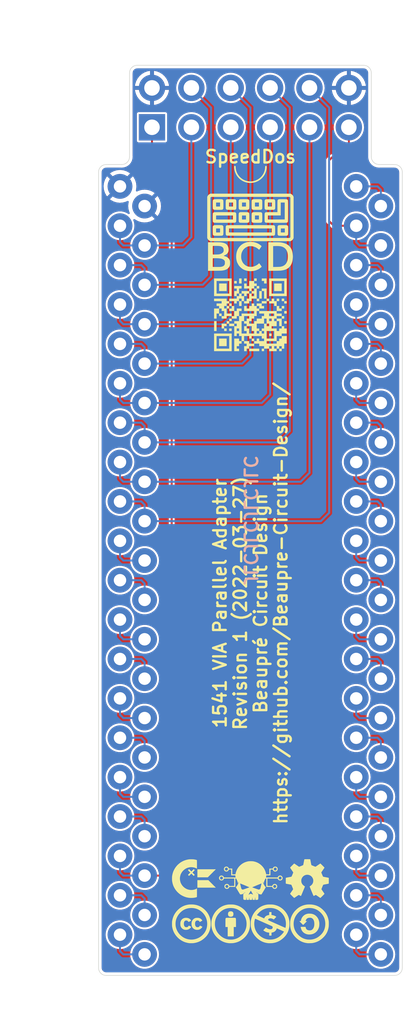
<source format=kicad_pcb>
(kicad_pcb (version 20211014) (generator pcbnew)
  (title_block (title "1541 VIA Parallel Adapter") (date "2022-03-27") (rev "1") (company "Beaupré Circuit Design") (comment 1 "https://github.com/Beaupre-Circuit-Design/"))
  (layers (0 "F.Cu" mixed) (31 "B.Cu" mixed) (34 "B.Paste" user) (35 "F.Paste" user) (36 "B.SilkS" user "B.Silkscreen") (37 "F.SilkS" user "F.Silkscreen") (38 "B.Mask" user) (39 "F.Mask" user) (44 "Edge.Cuts" user))
  (net 0 "")
  (net 1 "/CA2")
  (net 2 "GND")
  (net 3 "/PA0")
  (net 4 "/PA1")
  (net 5 "/PA2")
  (net 6 "/PA3")
  (net 7 "/PA4")
  (net 8 "/PA5")
  (net 9 "/PA6")
  (net 10 "/PA7")
  (net 11 "/CB1")
  (net 12 "unconnected-(U1-Pad10)")
  (net 13 "unconnected-(U1-Pad11)")
  (net 14 "unconnected-(U1-Pad12)")
  (net 15 "unconnected-(U1-Pad13)")
  (net 16 "unconnected-(U1-Pad14)")
  (net 17 "unconnected-(U1-Pad15)")
  (net 18 "unconnected-(U1-Pad16)")
  (net 19 "unconnected-(U1-Pad17)")
  (net 20 "unconnected-(U1-Pad19)")
  (net 21 "unconnected-(U1-Pad20)")
  (net 22 "unconnected-(U1-Pad21)")
  (net 23 "unconnected-(U1-Pad22)")
  (net 24 "unconnected-(U1-Pad23)")
  (net 25 "unconnected-(U1-Pad24)")
  (net 26 "unconnected-(U1-Pad25)")
  (net 27 "unconnected-(U1-Pad26)")
  (net 28 "unconnected-(U1-Pad27)")
  (net 29 "unconnected-(U1-Pad28)")
  (net 30 "unconnected-(U1-Pad29)")
  (net 31 "unconnected-(U1-Pad30)")
  (net 32 "unconnected-(U1-Pad31)")
  (net 33 "unconnected-(U1-Pad32)")
  (net 34 "unconnected-(U1-Pad33)")
  (net 35 "unconnected-(U1-Pad35)")
  (net 36 "unconnected-(U1-Pad36)")
  (net 37 "unconnected-(U1-Pad37)")
  (net 38 "unconnected-(U1-Pad38)")
  (net 39 "unconnected-(U1-Pad40)")
  (net 40 "unconnected-(U1-Pad34)")
  (footprint "Creative_Common:CreativeCommons_NonCommercial_2.5mm" (layer "F.Cu") (at 136.409305 127.390372)
    (fp_text reference "G7")
    (fp_text value "CreativeCommons_NonCommercial")
  )
  (footprint "Creative_Common:CreativeCommons_2.5mm" (layer "F.Cu") (at 131.329305 127.390372)
    (fp_text reference "G5" hide)
    (fp_text value "CreativeCommons" hide)
  )
  (footprint "Creative_Common:CreativeCommons_Attribution_2.5mm" (layer "F.Cu") (at 133.869305 127.390372)
    (fp_text reference "G6" hide)
    (fp_text value "CreativeCommons_Attribution" hide)
  )
  (footprint "Creative_Common:CreativeCommons_ShareAlike_2.5mm" (layer "F.Cu") (at 138.949305 127.390372)
    (fp_text reference "G8" hide)
    (fp_text value "CreativeCommons_ShareAlike" hide)
  )
  (footprint "BeaupreCircuitDesign:BCD_Logo_5mm" (layer "F.Cu") (at 135.1396 82.796793)
    (fp_text reference "G1" hide)
    (fp_text value "BCD_Logo" hide)
  )
  (footprint "MOS_Technology:MCS6522 Adapter" (layer "F.Cu") (at 128.31335 81.1)
    (fp_text reference "U1" hide)
    (fp_text value "MCS6522" hide)
    (pad "1" thru_hole circle locked (at -1.5875 -1.27) (size 1.6 1.6) (drill 0.8) (layers *.Cu *.Mask) (net 2 "GND"))
    (pad "1" thru_hole circle locked (at 0 0) (size 1.6 1.6) (drill 0.8) (layers *.Cu *.Mask) (net 2 "GND"))
    (pad "2" thru_hole oval locked (at 0 2.54) (size 1.6 1.6) (drill 0.8) (layers *.Cu *.Mask) (net 3 "/PA0"))
    (pad "2" thru_hole oval locked (at -1.5875 1.27) (size 1.6 1.6) (drill 0.8) (layers *.Cu *.Mask) (net 3 "/PA0"))
    (pad "3" thru_hole oval locked (at -1.5875 3.81) (size 1.6 1.6) (drill 0.8) (layers *.Cu *.Mask) (net 4 "/PA1"))
    (pad "3" thru_hole oval locked (at 0 5.08) (size 1.6 1.6) (drill 0.8) (layers *.Cu *.Mask) (net 4 "/PA1"))
    (pad "4" thru_hole oval locked (at -1.5875 6.35) (size 1.6 1.6) (drill 0.8) (layers *.Cu *.Mask) (net 5 "/PA2"))
    (pad "4" thru_hole oval locked (at 0 7.62) (size 1.6 1.6) (drill 0.8) (layers *.Cu *.Mask) (net 5 "/PA2"))
    (pad "5" thru_hole oval locked (at 0 10.16) (size 1.6 1.6) (drill 0.8) (layers *.Cu *.Mask) (net 6 "/PA3"))
    (pad "5" thru_hole oval locked (at -1.5875 8.89) (size 1.6 1.6) (drill 0.8) (layers *.Cu *.Mask) (net 6 "/PA3"))
    (pad "6" thru_hole oval locked (at 0 12.7) (size 1.6 1.6) (drill 0.8) (layers *.Cu *.Mask) (net 7 "/PA4"))
    (pad "6" thru_hole oval locked (at -1.5875 11.43) (size 1.6 1.6) (drill 0.8) (layers *.Cu *.Mask) (net 7 "/PA4"))
    (pad "7" thru_hole oval locked (at 0 15.24) (size 1.6 1.6) (drill 0.8) (layers *.Cu *.Mask) (net 8 "/PA5"))
    (pad "7" thru_hole oval locked (at -1.5875 13.97) (size 1.6 1.6) (drill 0.8) (layers *.Cu *.Mask) (net 8 "/PA5"))
    (pad "8" thru_hole oval locked (at -1.5875 16.51) (size 1.6 1.6) (drill 0.8) (layers *.Cu *.Mask) (net 9 "/PA6"))
    (pad "8" thru_hole oval locked (at 0 17.78) (size 1.6 1.6) (drill 0.8) (layers *.Cu *.Mask) (net 9 "/PA6"))
    (pad "9" thru_hole oval locked (at -1.5875 19.05) (size 1.6 1.6) (drill 0.8) (layers *.Cu *.Mask) (net 10 "/PA7"))
    (pad "9" thru_hole oval locked (at 0 20.32) (size 1.6 1.6) (drill 0.8) (layers *.Cu *.Mask) (net 10 "/PA7"))
    (pad "10" thru_hole oval locked (at 0 22.86) (size 1.6 1.6) (drill 0.8) (layers *.Cu *.Mask) (net 12 "unconnected-(U1-Pad10)"))
    (pad "10" thru_hole oval locked (at -1.5875 21.59) (size 1.6 1.6) (drill 0.8) (layers *.Cu *.Mask) (net 12 "unconnected-(U1-Pad10)"))
    (pad "11" thru_hole oval locked (at -1.5875 24.13) (size 1.6 1.6) (drill 0.8) (layers *.Cu *.Mask) (net 13 "unconnected-(U1-Pad11)"))
    (pad "11" thru_hole oval locked (at 0 25.4) (size 1.6 1.6) (drill 0.8) (layers *.Cu *.Mask) (net 13 "unconnected-(U1-Pad11)"))
    (pad "12" thru_hole oval locked (at -1.5875 26.67) (size 1.6 1.6) (drill 0.8) (layers *.Cu *.Mask) (net 14 "unconnected-(U1-Pad12)"))
    (pad "12" thru_hole oval locked (at 0 27.94) (size 1.6 1.6) (drill 0.8) (layers *.Cu *.Mask) (net 14 "unconnected-(U1-Pad12)"))
    (pad "13" thru_hole oval locked (at -1.5875 29.21) (size 1.6 1.6) (drill 0.8) (layers *.Cu *.Mask) (net 15 "unconnected-(U1-Pad13)"))
    (pad "13" thru_hole oval locked (at 0 30.48) (size 1.6 1.6) (drill 0.8) (layers *.Cu *.Mask) (net 15 "unconnected-(U1-Pad13)"))
    (pad "14" thru_hole oval locked (at -1.5875 31.75) (size 1.6 1.6) (drill 0.8) (layers *.Cu *.Mask) (net 16 "unconnected-(U1-Pad14)"))
    (pad "14" thru_hole oval locked (at 0 33.02) (size 1.6 1.6) (drill 0.8) (layers *.Cu *.Mask) (net 16 "unconnected-(U1-Pad14)"))
    (pad "15" thru_hole oval locked (at 0 35.56) (size 1.6 1.6) (drill 0.8) (layers *.Cu *.Mask) (net 17 "unconnected-(U1-Pad15)"))
    (pad "15" thru_hole oval locked (at -1.5875 34.29) (size 1.6 1.6) (drill 0.8) (layers *.Cu *.Mask) (net 17 "unconnected-(U1-Pad15)"))
    (pad "16" thru_hole oval locked (at -1.5875 36.83) (size 1.6 1.6) (drill 0.8) (layers *.Cu *.Mask) (net 18 "unconnected-(U1-Pad16)"))
    (pad "16" thru_hole oval locked (at 0 38.1) (size 1.6 1.6) (drill 0.8) (layers *.Cu *.Mask) (net 18 "unconnected-(U1-Pad16)"))
    (pad "17" thru_hole oval locked (at 0 40.64) (size 1.6 1.6) (drill 0.8) (layers *.Cu *.Mask) (net 19 "unconnected-(U1-Pad17)"))
    (pad "17" thru_hole oval locked (at -1.5875 39.37) (size 1.6 1.6) (drill 0.8) (layers *.Cu *.Mask) (net 19 "unconnected-(U1-Pad17)"))
    (pad "18" thru_hole oval locked (at -1.5875 41.91) (size 1.6 1.6) (drill 0.8) (layers *.Cu *.Mask) (net 11 "/CB1"))
    (pad "18" thru_hole oval locked (at 0 43.18) (size 1.6 1.6) (drill 0.8) (layers *.Cu *.Mask) (net 11 "/CB1"))
    (pad "19" thru_hole oval locked (at -1.5875 44.45) (size 1.6 1.6) (drill 0.8) (layers *.Cu *.Mask) (net 20 "unconnected-(U1-Pad19)"))
    (pad "19" thru_hole oval locked (at 0 45.72) (size 1.6 1.6) (drill 0.8) (layers *.Cu *.Mask) (net 20 "unconnected-(U1-Pad19)"))
    (pad "20" thru_hole oval locked (at -1.5875 46.99) (size 1.6 1.6) (drill 0.8) (layers *.Cu *.Mask) (net 21 "unconnected-(U1-Pad20)"))
    (pad "20" thru_hole oval locked (at 0 48.26) (size 1.6 1.6) (drill 0.8) (layers *.Cu *.Mask) (net 21 "unconnected-(U1-Pad20)"))
    (pad "21" thru_hole oval locked (at 15.24 48.26) (size 1.6 1.6) (drill 0.8) (layers *.Cu *.Mask) (net 22 "unconnected-(U1-Pad21)"))
    (pad "21" thru_hole oval locked (at 13.6525 46.99) (size 1.6 1.6) (drill 0.8) (layers *.Cu *.Mask) (net 22 "unconnected-(U1-Pad21)"))
    (pad "22" thru_hole oval locked (at 13.6525 44.45) (size 1.6 1.6) (drill 0.8) (layers *.Cu *.Mask) (net 23 "unconnected-(U1-Pad22)"))
    (pad "22" thru_hole oval locked (at 15.24 45.72) (size 1.6 1.6) (drill 0.8) (layers *.Cu *.Mask) (net 23 "unconnected-(U1-Pad22)"))
    (pad "23" thru_hole oval locked (at 13.6525 41.91) (size 1.6 1.6) (drill 0.8) (layers *.Cu *.Mask) (net 24 "unconnected-(U1-Pad23)"))
    (pad "23" thru_hole oval locked (at 15.24 43.18) (size 1.6 1.6) (drill 0.8) (layers *.Cu *.Mask) (net 24 "unconnected-(U1-Pad23)"))
    (pad "24" thru_hole oval locked (at 13.6525 39.37) (size 1.6 1.6) (drill 0.8) (layers *.Cu *.Mask) (net 25 "unconnected-(U1-Pad24)"))
    (pad "24" thru_hole oval locked (at 15.24 40.64) (size 1.6 1.6) (drill 0.8) (layers *.Cu *.Mask) (net 25 "unconnected-(U1-Pad24)"))
    (pad "25" thru_hole oval locked (at 15.24 38.1) (size 1.6 1.6) (drill 0.8) (layers *.Cu *.Mask) (net 26 "unconnected-(U1-Pad25)"))
    (pad "25" thru_hole oval locked (at 13.6525 36.83) (size 1.6 1.6) (drill 0.8) (layers *.Cu *.Mask) (net 26 "unconnected-(U1-Pad25)"))
    (pad "26" thru_hole oval locked (at 15.24 35.56) (size 1.6 1.6) (drill 0.8) (layers *.Cu *.Mask) (net 27 "unconnected-(U1-Pad26)"))
    (pad "26" thru_hole oval locked (at 13.6525 34.29) (size 1.6 1.6) (drill 0.8) (layers *.Cu *.Mask) (net 27 "unconnected-(U1-Pad26)"))
    (pad "27" thru_hole oval locked (at 13.6525 31.75) (size 1.6 1.6) (drill 0.8) (layers *.Cu *.Mask) (net 28 "unconnected-(U1-Pad27)"))
    (pad "27" thru_hole oval locked (at 15.24 33.02) (size 1.6 1.6) (drill 0.8) (layers *.Cu *.Mask) (net 28 "unconnected-(U1-Pad27)"))
    (pad "28" thru_hole oval locked (at 15.24 30.48) (size 1.6 1.6) (drill 0.8) (layers *.Cu *.Mask) (net 29 "unconnected-(U1-Pad28)"))
    (pad "28" thru_hole oval locked (at 13.6525 29.21) (size 1.6 1.6) (drill 0.8) (layers *.Cu *.Mask) (net 29 "unconnected-(U1-Pad28)"))
    (pad "29" thru_hole oval locked (at 13.6525 26.67) (size 1.6 1.6) (drill 0.8) (layers *.Cu *.Mask) (net 30 "unconnected-(U1-Pad29)"))
    (pad "29" thru_hole oval locked (at 15.24 27.94) (size 1.6 1.6) (drill 0.8) (layers *.Cu *.Mask) (net 30 "unconnected-(U1-Pad29)"))
    (pad "30" thru_hole oval locked (at 15.24 25.4) (size 1.6 1.6) (drill 0.8) (layers *.Cu *.Mask) (net 31 "unconnected-(U1-Pad30)"))
    (pad "30" thru_hole oval locked (at 13.6525 24.13) (size 1.6 1.6) (drill 0.8) (layers *.Cu *.Mask) (net 31 "unconnected-(U1-Pad30)"))
    (pad "31" thru_hole oval locked (at 13.6525 21.59) (size 1.6 1.6) (drill 0.8) (layers *.Cu *.Mask) (net 32 "unconnected-(U1-Pad31)"))
    (pad "31" thru_hole oval locked (at 15.24 22.86) (size 1.6 1.6) (drill 0.8) (layers *.Cu *.Mask) (net 32 "unconnected-(U1-Pad31)"))
    (pad "32" thru_hole oval locked (at 13.6525 19.05) (size 1.6 1.6) (drill 0.8) (layers *.Cu *.Mask) (net 33 "unconnected-(U1-Pad32)"))
    (pad "32" thru_hole oval locked (at 15.24 20.32) (size 1.6 1.6) (drill 0.8) (layers *.Cu *.Mask) (net 33 "unconnected-(U1-Pad32)"))
    (pad "33" thru_hole oval locked (at 15.24 17.78) (size 1.6 1.6) (drill 0.8) (layers *.Cu *.Mask) (net 34 "unconnected-(U1-Pad33)"))
    (pad "33" thru_hole oval locked (at 13.6525 16.51) (size 1.6 1.6) (drill 0.8) (layers *.Cu *.Mask) (net 34 "unconnected-(U1-Pad33)"))
    (pad "34" thru_hole oval locked (at 13.6525 13.97) (size 1.6 1.6) (drill 0.8) (layers *.Cu *.Mask) (net 40 "unconnected-(U1-Pad34)"))
    (pad "34" thru_hole oval locked (at 15.24 15.24) (size 1.6 1.6) (drill 0.8) (layers *.Cu *.Mask) (net 40 "unconnected-(U1-Pad34)"))
    (pad "35" thru_hole oval locked (at 15.24 12.7) (size 1.6 1.6) (drill 0.8) (layers *.Cu *.Mask) (net 35 "unconnected-(U1-Pad35)"))
    (pad "35" thru_hole oval locked (at 13.6525 11.43) (size 1.6 1.6) (drill 0.8) (layers *.Cu *.Mask) (net 35 "unconnected-(U1-Pad35)"))
    (pad "36" thru_hole oval locked (at 15.24 10.16) (size 1.6 1.6) (drill 0.8) (layers *.Cu *.Mask) (net 36 "unconnected-(U1-Pad36)"))
    (pad "36" thru_hole oval locked (at 13.6525 8.89) (size 1.6 1.6) (drill 0.8) (layers *.Cu *.Mask) (net 36 "unconnected-(U1-Pad36)"))
    (pad "37" thru_hole oval locked (at 15.24 7.62) (size 1.6 1.6) (drill 0.8) (layers *.Cu *.Mask) (net 37 "unconnected-(U1-Pad37)"))
    (pad "37" thru_hole oval locked (at 13.6525 6.35) (size 1.6 1.6) (drill 0.8) (layers *.Cu *.Mask) (net 37 "unconnected-(U1-Pad37)"))
    (pad "38" thru_hole oval locked (at 15.24 5.08) (size 1.6 1.6) (drill 0.8) (layers *.Cu *.Mask) (net 38 "unconnected-(U1-Pad38)"))
    (pad "38" thru_hole oval locked (at 13.6525 3.81) (size 1.6 1.6) (drill 0.8) (layers *.Cu *.Mask) (net 38 "unconnected-(U1-Pad38)"))
    (pad "39" thru_hole oval locked (at 15.24 2.54) (size 1.6 1.6) (drill 0.8) (layers *.Cu *.Mask) (net 1 "/CA2"))
    (pad "39" thru_hole oval locked (at 13.6525 1.27) (size 1.6 1.6) (drill 0.8) (layers *.Cu *.Mask) (net 1 "/CA2"))
    (pad "40" thru_hole oval locked (at 15.24 0) (size 1.6 1.6) (drill 0.8) (layers *.Cu *.Mask) (net 39 "unconnected-(U1-Pad40)"))
    (pad "40" thru_hole oval locked (at 13.6525 -1.27) (size 1.6 1.6) (drill 0.8) (layers *.Cu *.Mask) (net 39 "unconnected-(U1-Pad40)"))
    (pad "J1" thru_hole rect locked (at 0.47625 -5.08 90) (size 1.7 1.7) (drill 1) (layers *.Cu *.Mask) (net 11 "/CB1"))
    (pad "J2" thru_hole oval locked (at 0.47625 -7.62 90) (size 1.7 1.7) (drill 1) (layers *.Cu *.Mask) (net 2 "GND"))
    (pad "J3" thru_hole oval locked (at 3.01625 -5.08 90) (size 1.7 1.7) (drill 1) (layers *.Cu *.Mask) (net 3 "/PA0"))
    (pad "J4" thru_hole oval locked (at 3.01625 -7.62 90) (size 1.7 1.7) (drill 1) (layers *.Cu *.Mask) (net 4 "/PA1"))
    (pad "J5" thru_hole oval locked (at 5.55625 -5.08 90) (size 1.7 1.7) (drill 1) (layers *.Cu *.Mask) (net 5 "/PA2"))
    (pad "J6" thru_hole oval locked (at 5.55625 -7.62 90) (size 1.7 1.7) (drill 1) (layers *.Cu *.Mask) (net 6 "/PA3"))
    (pad "J7" thru_hole oval locked (at 8.09625 -5.08 90) (size 1.7 1.7) (drill 1) (layers *.Cu *.Mask) (net 7 "/PA4"))
    (pad "J8" thru_hole oval locked (at 8.09625 -7.62 90) (size 1.7 1.7) (drill 1) (layers *.Cu *.Mask) (net 8 "/PA5"))
    (pad "J9" thru_hole oval locked (at 10.63625 -5.08 90) (size 1.7 1.7) (drill 1) (layers *.Cu *.Mask) (net 9 "/PA6"))
    (pad "J10" thru_hole oval locked (at 10.63625 -7.62 90) (size 1.7 1.7) (drill 1) (layers *.Cu *.Mask) (net 10 "/PA7"))
    (pad "J11" thru_hole oval locked (at 13.17625 -5.08 90) (size 1.7 1.7) (drill 1) (layers *.Cu *.Mask) (net 1 "/CA2"))
    (pad "J12" thru_hole oval locked (at 13.17625 -7.62 90) (size 1.7 1.7) (drill 1) (layers *.Cu *.Mask) (net 2 "GND"))
  )
  (footprint "BeaupreCircuitDesign:Skull_2.5mm" (layer "F.Cu") (at 135.164843 124.596372)
    (fp_text reference "G3" hide)
    (fp_text value "Skull" hide)
  )
  (footprint "BeaupreCircuitDesign:ChickenLips_2.5mm" (layer "F.Cu") (at 131.492424 124.469372)
    (fp_text reference "G2" hide)
    (fp_text value "ChickenLips" hide)
  )
  (footprint "BeaupreCircuitDesign:BDC_QR_5mm" (layer "F.Cu") (at 135.145853 88.12)
    (fp_text reference "G9" hide)
    (fp_text value "BDC_QR" hide)
  )
  (footprint "BeaupreCircuitDesign:Open_Source_Hardware_2.5mm" (layer "F.Cu") (at 138.808527 124.469372)
    (fp_text reference "G4" hide)
    (fp_text value "OpenSource_Hardware" hide)
  )
  (gr_line (start 125.3396 78.92) (end 125.3396 130.22) (layer "Edge.Cuts") (width 0.0381))
  (gr_line locked (start 143.4396 78.42) (end 144.4396 78.42) (layer "Edge.Cuts") (width 0.0381))
  (gr_line (start 142.9396 72.52) (end 142.9396 77.92) (layer "Edge.Cuts") (width 0.0381))
  (gr_arc (start 144.9396 130.22) (mid 144.793153 130.573553) (end 144.4396 130.72) (layer "Edge.Cuts") (width 0.0381))
  (gr_arc (start 127.3396 72.52) (mid 127.486047 72.166447) (end 127.8396 72.02) (layer "Edge.Cuts") (width 0.0381))
  (gr_line locked (start 142.4396 72.02) (end 127.8396 72.02) (layer "Edge.Cuts") (width 0.0381))
  (gr_arc (start 125.8396 130.72) (mid 125.486047 130.573553) (end 125.3396 130.22) (layer "Edge.Cuts") (width 0.0381))
  (gr_arc (start 127.3396 77.92) (mid 127.193153 78.273553) (end 126.8396 78.42) (layer "Edge.Cuts") (width 0.0381))
  (gr_line (start 144.9396 130.22) (end 144.9396 78.92) (layer "Edge.Cuts") (width 0.0381))
  (gr_line locked (start 127.3396 77.92) (end 127.3396 72.52) (layer "Edge.Cuts") (width 0.0381))
  (gr_arc (start 142.4396 72.02) (mid 142.793153 72.166447) (end 142.9396 72.52) (layer "Edge.Cuts") (width 0.0381))
  (gr_arc (start 125.3396 78.92) (mid 125.486047 78.566447) (end 125.8396 78.42) (layer "Edge.Cuts") (width 0.0381))
  (gr_arc (start 144.4396 78.42) (mid 144.793153 78.566447) (end 144.9396 78.92) (layer "Edge.Cuts") (width 0.0381))
  (gr_line (start 125.8396 130.72) (end 144.4396 130.72) (layer "Edge.Cuts") (width 0.0381))
  (gr_arc (start 143.4396 78.42) (mid 143.086047 78.273553) (end 142.9396 77.92) (layer "Edge.Cuts") (width 0.0381))
  (gr_line locked (start 125.8396 78.42) (end 126.8396 78.42) (layer "Edge.Cuts") (width 0.0381))
  (gr_text "JLCJLCJLCJLC" (at 135.1396 101.369999 -90) (layer "B.SilkS") (effects (font (size 0.8128 0.8128) (thickness 0.1524)) (justify mirror)))
  (gr_text "SpeedDos" (at 135.139599 77.92) (layer "F.SilkS") (effects (font (size 0.8128 0.8128) (thickness 0.1524))))
  (gr_text "${TITLE}\nRevision ${REVISION} (${ISSUE_DATE})\n${COMPANY}\n${COMMENT1}" (at 135.1396 106.715365 90) (layer "F.SilkS") (effects (font (size 0.8128 0.8128) (thickness 0.1524))))
  (segment (start 140.219599 82.069499) (end 140.219599 82.005999) (width 0.127) (layer "F.Cu") (net 1))
  (segment (start 141.246101 77.949999) (end 141.4896 77.7065) (width 0.127) (layer "F.Cu") (net 1))
  (segment (start 140.219599 78.151001) (end 140.420601 77.949999) (width 0.127) (layer "F.Cu") (net 1))
  (segment (start 141.96585 82.37) (end 140.5201 82.37) (width 0.127) (layer "F.Cu") (net 1))
  (segment (start 141.4896 77.7065) (end 141.4896 76.02) (width 0.127) (layer "F.Cu") (net 1))
  (segment (start 140.420601 77.949999) (end 141.246101 77.949999) (width 0.127) (layer "F.Cu") (net 1))
  (segment (start 140.5201 82.37) (end 140.219599 82.069499) (width 0.127) (layer "F.Cu") (net 1))
  (segment (start 140.219599 82.005999) (end 140.219599 78.151001) (width 0.127) (layer "F.Cu") (net 1))
  (segment (start 141.96585 82.37) (end 141.96585 83.42625) (width 0.127) (layer "B.Cu") (net 1))
  (segment (start 143.55335 83.64) (end 142.1796 83.64) (width 0.127) (layer "B.Cu") (net 1))
  (segment (start 141.96585 83.42625) (end 142.1796 83.64) (width 0.127) (layer "B.Cu") (net 1))
  (segment (start 130.7936 83.64) (end 128.31335 83.64) (width 0.127) (layer "B.Cu") (net 3))
  (segment (start 126.72585 83.42625) (end 126.9396 83.64) (width 0.127) (layer "B.Cu") (net 3))
  (segment (start 131.3296 83.104) (end 130.7936 83.64) (width 0.127) (layer "B.Cu") (net 3))
  (segment (start 131.3296 76.02) (end 131.3296 83.104) (width 0.127) (layer "B.Cu") (net 3))
  (segment (start 126.72585 82.37) (end 126.72585 83.42625) (width 0.127) (layer "B.Cu") (net 3))
  (segment (start 128.31335 83.64) (end 126.9396 83.64) (width 0.127) (layer "B.Cu") (net 3))
  (segment (start 132.599599 74.749999) (end 132.599599 85.644001) (width 0.127) (layer "B.Cu") (net 4))
  (segment (start 128.31335 85.12375) (end 128.0996 84.91) (width 0.127) (layer "B.Cu") (net 4))
  (segment (start 126.72585 84.91) (end 128.0996 84.91) (width 0.127) (layer "B.Cu") (net 4))
  (segment (start 131.3296 73.48) (end 132.599599 74.749999) (width 0.127) (layer "B.Cu") (net 4))
  (segment (start 132.599599 85.644001) (end 132.0636 86.18) (width 0.127) (layer "B.Cu") (net 4))
  (segment (start 132.0636 86.18) (end 128.31335 86.18) (width 0.127) (layer "B.Cu") (net 4))
  (segment (start 128.31335 86.18) (end 128.31335 85.12375) (width 0.127) (layer "B.Cu") (net 4))
  (segment (start 126.72585 87.45) (end 126.72585 88.50625) (width 0.127) (layer "B.Cu") (net 5))
  (segment (start 126.72585 88.50625) (end 126.9396 88.72) (width 0.127) (layer "B.Cu") (net 5))
  (segment (start 133.8696 88.2155) (end 133.3651 88.72) (width 0.127) (layer "B.Cu") (net 5))
  (segment (start 133.8696 76.02) (end 133.8696 88.2155) (width 0.127) (layer "B.Cu") (net 5))
  (segment (start 128.31335 88.72) (end 126.9396 88.72) (width 0.127) (layer "B.Cu") (net 5))
  (segment (start 133.3651 88.72) (end 128.31335 88.72) (width 0.127) (layer "B.Cu") (net 5))
  (segment (start 128.31335 90.20375) (end 128.0996 89.99) (width 0.127) (layer "B.Cu") (net 6))
  (segment (start 128.31335 91.26) (end 134.6036 91.26) (width 0.127) (layer "B.Cu") (net 6))
  (segment (start 133.8696 73.48) (end 135.139599 74.749999) (width 0.127) (layer "B.Cu") (net 6))
  (segment (start 135.139599 90.724) (end 135.1396 74.749999) (width 0.127) (layer "B.Cu") (net 6))
  (segment (start 126.72585 89.99) (end 128.0996 89.99) (width 0.127) (layer "B.Cu") (net 6))
  (segment (start 128.31335 91.26) (end 128.31335 90.20375) (width 0.127) (layer "B.Cu") (net 6))
  (segment (start 134.6036 91.26) (end 135.1396 90.724) (width 0.127) (layer "B.Cu") (net 6))
  (segment (start 126.72585 93.58625) (end 126.9396 93.8) (width 0.127) (layer "B.Cu") (net 7))
  (segment (start 128.31335 93.8) (end 126.9396 93.8) (width 0.127) (layer "B.Cu") (net 7))
  (segment (start 126.72585 92.53) (end 126.72585 93.58625) (width 0.127) (layer "B.Cu") (net 7))
  (segment (start 136.4096 93.264) (end 135.8736 93.8) (width 0.127) (layer "B.Cu") (net 7))
  (segment (start 135.8736 93.8) (end 128.31335 93.8) (width 0.127) (layer "B.Cu") (net 7))
  (segment (start 136.4096 76.02) (end 136.4096 93.264) (width 0.127) (layer "B.Cu") (net 7))
  (segment (start 128.31335 96.34) (end 128.31335 95.28375) (width 0.127) (layer "B.Cu") (net 8))
  (segment (start 137.679599 74.749999) (end 137.679599 95.610001) (width 0.127) (layer "B.Cu") (net 8))
  (segment (start 137.679599 95.610001) (end 136.9496 96.34) (width 0.127) (layer "B.Cu") (net 8))
  (segment (start 128.31335 95.28375) (end 128.0996 95.07) (width 0.127) (layer "B.Cu") (net 8))
  (segment (start 126.72585 95.07) (end 128.0996 95.07) (width 0.127) (layer "B.Cu") (net 8))
  (segment (start 136.9496 96.34) (end 128.31335 96.34) (width 0.127) (layer "B.Cu") (net 8))
  (segment (start 136.4096 73.48) (end 137.679599 74.749999) (width 0.127) (layer "B.Cu") (net 8))
  (segment (start 126.72585 97.61) (end 126.72585 98.66625) (width 0.127) (layer "B.Cu") (net 9))
  (segment (start 138.9496 76.02) (end 138.9496 98.3055) (width 0.127) (layer "B.Cu") (net 9))
  (segment (start 138.9496 98.3055) (end 138.3751 98.88) (width 0.127) (layer "B.Cu") (net 9))
  (segment (start 138.3751 98.88) (end 128.31335 98.88) (width 0.127) (layer "B.Cu") (net 9))
  (segment (start 128.31335 98.88) (end 126.9396 98.88) (width 0.127) (layer "B.Cu") (net 9))
  (segment (start 126.72585 98.66625) (end 126.9396 98.88) (width 0.127) (layer "B.Cu") (net 9))
  (segment (start 128.31335 101.42) (end 139.6836 101.42) (width 0.127) (layer "B.Cu") (net 10))
  (segment (start 128.31335 101.42) (end 128.31335 100.36375) (width 0.127) (layer "B.Cu") (net 10))
  (segment (start 128.31335 100.36375) (end 128.0996 100.15) (width 0.127) (layer "B.Cu") (net 10))
  (segment (start 139.6836 101.42) (end 140.219599 100.884001) (width 0.127) (layer "B.Cu") (net 10))
  (segment (start 126.72585 100.15) (end 128.0996 100.15) (width 0.127) (layer "B.Cu") (net 10))
  (segment (start 140.219599 74.749999) (end 138.9496 73.48) (width 0.127) (layer "B.Cu") (net 10))
  (segment (start 140.219599 100.884001) (end 140.219599 74.749999) (width 0.127) (layer "B.Cu") (net 10))
  (segment (start 128.31335 124.28) (end 129.6506 124.28) (width 0.127) (layer "F.Cu") (net 11))
  (segment (start 128.7896 77.798499) (end 128.7896 76.02) (width 0.127) (layer "F.Cu") (net 11))
  (segment (start 128.9411 77.949999) (end 128.7896 77.798499) (width 0.127) (layer "F.Cu") (net 11))
  (segment (start 130.059599 78.162998) (end 129.8466 77.949999) (width 0.127) (layer "F.Cu") (net 11))
  (segment (start 130.059599 123.871001) (end 130.059599 78.162998) (width 0.127) (layer "F.Cu") (net 11))
  (segment (start 129.8466 77.949999) (end 128.9411 77.949999) (width 0.127) (layer "F.Cu") (net 11))
  (segment (start 129.6506 124.28) (end 130.059599 123.871001) (width 0.127) (layer "F.Cu") (net 11))
  (segment (start 126.72585 123.01) (end 126.72585 124.06625) (width 0.127) (layer "B.Cu") (net 11))
  (segment (start 128.31335 124.28) (end 126.9396 124.28) (width 0.127) (layer "B.Cu") (net 11))
  (segment (start 126.72585 124.06625) (end 126.9396 124.28) (width 0.127) (layer "B.Cu") (net 11))
  (segment (start 128.31335 103.96) (end 126.9396 103.96) (width 0.127) (layer "B.Cu") (net 12))
  (segment (start 126.72585 102.69) (end 126.72585 103.74625) (width 0.127) (layer "B.Cu") (net 12))
  (segment (start 126.72585 103.74625) (end 126.9396 103.96) (width 0.127) (layer "B.Cu") (net 12))
  (segment (start 128.31335 106.5) (end 128.31335 105.44375) (width 0.127) (layer "B.Cu") (net 13))
  (segment (start 126.72585 105.23) (end 128.0996 105.23) (width 0.127) (layer "B.Cu") (net 13))
  (segment (start 128.31335 105.44375) (end 128.0996 105.23) (width 0.127) (layer "B.Cu") (net 13))
  (segment (start 126.72585 107.77) (end 126.72585 108.82625) (width 0.127) (layer "B.Cu") (net 14))
  (segment (start 126.72585 108.82625) (end 126.9396 109.04) (width 0.127) (layer "B.Cu") (net 14))
  (segment (start 128.31335 109.04) (end 126.9396 109.04) (width 0.127) (layer "B.Cu") (net 14))
  (segment (start 126.72585 110.31) (end 128.0996 110.31) (width 0.127) (layer "B.Cu") (net 15))
  (segment (start 128.31335 110.52375) (end 128.0996 110.31) (width 0.127) (layer "B.Cu") (net 15))
  (segment (start 128.31335 111.58) (end 128.31335 110.52375) (width 0.127) (layer "B.Cu") (net 15))
  (segment (start 128.31335 114.12) (end 126.9396 114.12) (width 0.127) (layer "B.Cu") (net 16))
  (segment (start 126.72585 112.85) (end 126.72585 113.90625) (width 0.127) (layer "B.Cu") (net 16))
  (segment (start 126.72585 113.90625) (end 126.9396 114.12) (width 0.127) (layer "B.Cu") (net 16))
  (segment (start 128.31335 116.66) (end 128.31335 115.60375) (width 0.127) (layer "B.Cu") (net 17))
  (segment (start 128.31335 115.60375) (end 128.0996 115.39) (width 0.127) (layer "B.Cu") (net 17))
  (segment (start 126.72585 115.39) (end 128.0996 115.39) (width 0.127) (layer "B.Cu") (net 17))
  (segment (start 126.72585 118.98625) (end 126.9396 119.2) (width 0.127) (layer "B.Cu") (net 18))
  (segment (start 128.31335 119.2) (end 126.9396 119.2) (width 0.127) (layer "B.Cu") (net 18))
  (segment (start 126.72585 117.93) (end 126.72585 118.98625) (width 0.127) (layer "B.Cu") (net 18))
  (segment (start 126.72585 120.47) (end 128.0996 120.47) (width 0.127) (layer "B.Cu") (net 19))
  (segment (start 128.31335 121.74) (end 128.31335 120.68375) (width 0.127) (layer "B.Cu") (net 19))
  (segment (start 128.31335 120.68375) (end 128.0996 120.47) (width 0.127) (layer "B.Cu") (net 19))
  (segment (start 128.31335 126.82) (end 128.31335 125.76375) (width 0.127) (layer "B.Cu") (net 20))
  (segment (start 126.72585 125.55) (end 128.0996 125.55) (width 0.127) (layer "B.Cu") (net 20))
  (segment (start 128.31335 125.76375) (end 128.0996 125.55) (width 0.127) (layer "B.Cu") (net 20))
  (segment (start 126.72585 129.14625) (end 126.9396 129.36) (width 0.127) (layer "B.Cu") (net 21))
  (segment (start 128.31335 129.36) (end 126.9396 129.36) (width 0.127) (layer "B.Cu") (net 21))
  (segment (start 126.72585 128.09) (end 126.72585 129.14625) (width 0.127) (layer "B.Cu") (net 21))
  (segment (start 143.55335 129.36) (end 142.1796 129.36) (width 0.127) (layer "B.Cu") (net 22))
  (segment (start 141.96585 128.09) (end 141.96585 129.14625) (width 0.127) (layer "B.Cu") (net 22))
  (segment (start 141.96585 129.14625) (end 142.1796 129.36) (width 0.127) (layer "B.Cu") (net 22))
  (segment (start 143.55335 125.76375) (end 143.3396 125.55) (width 0.127) (layer "B.Cu") (net 23))
  (segment (start 143.3396 125.55) (end 141.96585 125.55) (width 0.127) (layer "B.Cu") (net 23))
  (segment (start 143.55335 126.82) (end 143.55335 125.76375) (width 0.127) (layer "B.Cu") (net 23))
  (segment (start 141.96585 124.06625) (end 142.1796 124.28) (width 0.127) (layer "B.Cu") (net 24))
  (segment (start 143.55335 124.28) (end 142.1796 124.28) (width 0.127) (layer "B.Cu") (net 24))
  (segment (start 141.96585 123.01) (end 141.96585 124.06625) (width 0.127) (layer "B.Cu") (net 24))
  (segment (start 143.55335 121.74) (end 143.55335 120.68375) (width 0.127) (layer "B.Cu") (net 25))
  (segment (start 143.55335 120.68375) (end 143.3396 120.47) (width 0.127) (layer "B.Cu") (net 25))
  (segment (start 141.96585 120.47) (end 143.3396 120.47) (width 0.127) (layer "B.Cu") (net 25))
  (segment (start 141.96585 118.98625) (end 142.1796 119.2) (width 0.127) (layer "B.Cu") (net 26))
  (segment (start 141.96585 117.93) (end 141.96585 118.98625) (width 0.127) (layer "B.Cu") (net 26))
  (segment (start 143.55335 119.2) (end 142.1796 119.2) (width 0.127) (layer "B.Cu") (net 26))
  (segment (start 143.55335 115.60375) (end 143.3396 115.39) (width 0.127) (layer "B.Cu") (net 27))
  (segment (start 141.96585 115.39) (end 143.3396 115.39) (width 0.127) (layer "B.Cu") (net 27))
  (segment (start 143.55335 116.66) (end 143.55335 115.60375) (width 0.127) (layer "B.Cu") (net 27))
  (segment (start 141.96585 112.85) (end 141.96585 113.90625) (width 0.127) (layer "B.Cu") (net 28))
  (segment (start 143.55335 114.12) (end 142.1796 114.12) (width 0.127) (layer "B.Cu") (net 28))
  (segment (start 141.96585 113.90625) (end 142.1796 114.12) (width 0.127) (layer "B.Cu") (net 28))
  (segment (start 143.55335 110.52375) (end 143.3396 110.31) (width 0.127) (layer "B.Cu") (net 29))
  (segment (start 143.55335 111.58) (end 143.55335 110.52375) (width 0.127) (layer "B.Cu") (net 29))
  (segment (start 141.96585 110.31) (end 143.3396 110.31) (width 0.127) (layer "B.Cu") (net 29))
  (segment (start 141.96585 107.77) (end 141.96585 108.82625) (width 0.127) (layer "B.Cu") (net 30))
  (segment (start 141.96585 108.82625) (end 142.1796 109.04) (width 0.127) (layer "B.Cu") (net 30))
  (segment (start 143.55335 109.04) (end 142.1796 109.04) (width 0.127) (layer "B.Cu") (net 30))
  (segment (start 143.55335 105.44375) (end 143.3396 105.23) (width 0.127) (layer "B.Cu") (net 31))
  (segment (start 143.55335 106.5) (end 143.55335 105.44375) (width 0.127) (layer "B.Cu") (net 31))
  (segment (start 141.96585 105.23) (end 143.3396 105.23) (width 0.127) (layer "B.Cu") (net 31))
  (segment (start 143.55335 103.96) (end 142.1796 103.96) (width 0.127) (layer "B.Cu") (net 32))
  (segment (start 141.96585 102.69) (end 141.96585 103.74625) (width 0.127) (layer "B.Cu") (net 32))
  (segment (start 141.96585 103.74625) (end 142.1796 103.96) (width 0.127) (layer "B.Cu") (net 32))
  (segment (start 143.55335 100.36375) (end 143.3396 100.15) (width 0.127) (layer "B.Cu") (net 33))
  (segment (start 143.55335 101.42) (end 143.55335 100.36375) (width 0.127) (layer "B.Cu") (net 33))
  (segment (start 141.96585 100.15) (end 143.3396 100.15) (width 0.127) (layer "B.Cu") (net 33))
  (segment (start 143.55335 98.88) (end 142.1796 98.88) (width 0.127) (layer "B.Cu") (net 34))
  (segment (start 141.96585 97.61) (end 141.96585 98.66625) (width 0.127) (layer "B.Cu") (net 34))
  (segment (start 141.96585 98.66625) (end 142.1796 98.88) (width 0.127) (layer "B.Cu") (net 34))
  (segment (start 141.96585 92.53) (end 141.96585 93.58625) (width 0.127) (layer "B.Cu") (net 35))
  (segment (start 141.96585 93.58625) (end 142.1796 93.8) (width 0.127) (layer "B.Cu") (net 35))
  (segment (start 143.55335 93.8) (end 142.1796 93.8) (width 0.127) (layer "B.Cu") (net 35))
  (segment (start 143.55335 91.26) (end 143.55335 90.20375) (width 0.127) (layer "B.Cu") (net 36))
  (segment (start 141.96585 89.99) (end 143.3396 89.99) (width 0.127) (layer "B.Cu") (net 36))
  (segment (start 143.55335 90.20375) (end 143.3396 89.99) (width 0.127) (layer "B.Cu") (net 36))
  (segment (start 141.96585 88.50625) (end 142.1796 88.72) (width 0.127) (layer "B.Cu") (net 37))
  (segment (start 141.96585 87.45) (end 141.96585 88.50625) (width 0.127) (layer "B.Cu") (net 37))
  (segment (start 143.55335 88.72) (end 142.1796 88.72) (width 0.127) (layer "B.Cu") (net 37))
  (segment (start 143.55335 86.18) (end 143.55335 85.12375) (width 0.127) (layer "B.Cu") (net 38))
  (segment (start 143.55335 85.12375) (end 143.3396 84.91) (width 0.127) (layer "B.Cu") (net 38))
  (segment (start 141.96585 84.91) (end 143.3396 84.91) (width 0.127) (layer "B.Cu") (net 38))
  (segment (start 141.96585 79.83) (end 143.3396 79.83) (width 0.127) (layer "B.Cu") (net 39))
  (segment (start 143.55335 80.04375) (end 143.3396 79.83) (width 0.127) (layer "B.Cu") (net 39))
  (segment (start 143.55335 81.1) (end 143.55335 80.04375) (width 0.127) (layer "B.Cu") (net 39))
  (segment (start 143.55335 96.34) (end 143.55335 95.28375) (width 0.127) (layer "B.Cu") (net 40))
  (segment (start 141.96585 95.07) (end 143.3396 95.07) (width 0.127) (layer "B.Cu") (net 40))
  (segment (start 143.55335 95.28375) (end 143.3396 95.07) (width 0.127) (layer "B.Cu") (net 40))
  (zone (net 2) (net_name "GND") (layer "F.Cu") (connect_pads (clearance 0.127)) (min_thickness 0.127) (fill yes (thermal_gap 0.254) (thermal_bridge_width 0.254))
    (polygon (pts (xy 145.6396 131.45) (xy 124.6396 131.45) (xy 124.6396 71.45) (xy 145.6396 71.45)))
  )
  (zone (net 2) (net_name "GND") (layer "B.Cu") (connect_pads (clearance 0.127)) (min_thickness 0.127) (fill yes (thermal_gap 0.254) (thermal_bridge_width 0.254))
    (polygon (pts (xy 145.6396 131.45) (xy 124.6396 131.45) (xy 124.6396 71.45) (xy 145.6396 71.45)))
  )
)
</source>
